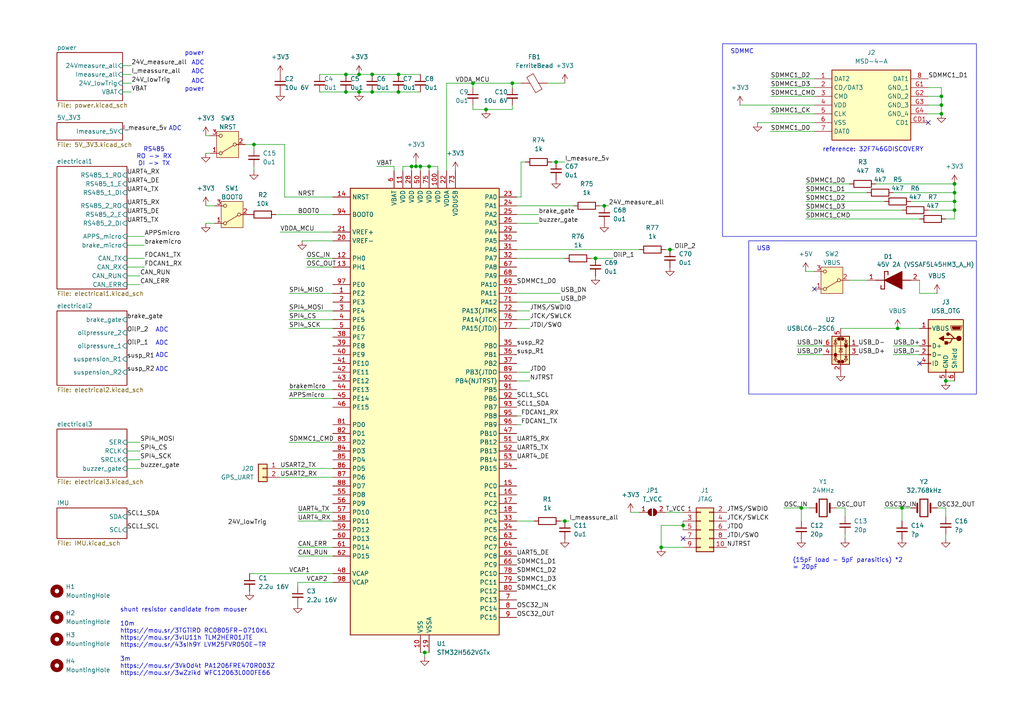
<source format=kicad_sch>
(kicad_sch (version 20231120) (generator "eeschema") (generator_version "8.0")
  (paper "A4")
  (title_block (title "EP5 rearbox ") (date "2024-08-07") (rev "1.0") (company "NTURacing") (comment 1 "郭哲明") (comment 2 "Electrical group"))
  (junction (at 107.95 26.67))
  (junction (at 260.35 95.25))
  (junction (at 273.05 33.02))
  (junction (at 73.66 41.91))
  (junction (at 100.33 21.59))
  (junction (at 121.92 48.26))
  (junction (at 100.33 26.67))
  (junction (at 273.05 30.48))
  (junction (at 274.32 110.49))
  (junction (at 148.59 24.13))
  (junction (at 191.77 158.75))
  (junction (at 107.95 21.59))
  (junction (at 276.86 55.88))
  (junction (at 115.57 26.67))
  (junction (at 198.12 152.4))
  (junction (at 124.46 48.26))
  (junction (at 115.57 21.59))
  (junction (at 104.14 21.59))
  (junction (at 140.97 31.75))
  (junction (at 261.62 147.32))
  (junction (at 276.86 58.42))
  (junction (at 172.72 74.93))
  (junction (at 120.65 48.26))
  (junction (at 119.38 48.26))
  (junction (at 194.31 72.39))
  (junction (at 232.41 147.32))
  (junction (at 161.29 46.99))
  (junction (at 163.83 151.13))
  (junction (at 276.86 53.34))
  (junction (at 175.26 59.69))
  (junction (at 273.05 27.94))
  (junction (at 123.19 189.23))
  (junction (at 137.16 24.13))
  (junction (at 104.14 26.67))
  (junction (at 276.86 60.96))
  (no_connect (at 236.22 83.82))
  (no_connect (at 198.12 156.21))
  (no_connect (at 266.7 105.41))
  (no_connect (at 269.24 35.56))
  (wire (pts (xy 231.14 102.87) (xy 238.76 102.87)))
  (wire (pts (xy 254 53.34) (xy 276.86 53.34)))
  (wire (pts (xy 96.52 168.91) (xy 86.36 168.91)))
  (wire (pts (xy 156.21 62.23) (xy 149.86 62.23)))
  (wire (pts (xy 260.35 95.25) (xy 266.7 95.25)))
  (wire (pts (xy 266.7 85.09) (xy 266.7 81.28)))
  (wire (pts (xy 191.77 158.75) (xy 191.77 152.4)))
  (wire (pts (xy 148.59 31.75) (xy 148.59 30.48)))
  (wire (pts (xy 35.56 21.59) (xy 38.1 21.59)))
  (wire (pts (xy 227.33 147.32) (xy 232.41 147.32)))
  (wire (pts (xy 41.91 68.58) (xy 36.83 68.58)))
  (wire (pts (xy 40.64 135.89) (xy 36.83 135.89)))
  (wire (pts (xy 151.13 123.19) (xy 149.86 123.19)))
  (wire (pts (xy 232.41 147.32) (xy 232.41 151.13)))
  (wire (pts (xy 73.66 49.53) (xy 73.66 48.26)))
  (wire (pts (xy 123.19 189.23) (xy 124.46 189.23)))
  (wire (pts (xy 245.11 149.86) (xy 245.11 147.32)))
  (wire (pts (xy 223.52 22.86) (xy 236.22 22.86)))
  (wire (pts (xy 119.38 48.26) (xy 119.38 49.53)))
  (wire (pts (xy 273.05 27.94) (xy 273.05 30.48)))
  (wire (pts (xy 259.08 102.87) (xy 266.7 102.87)))
  (wire (pts (xy 107.95 26.67) (xy 115.57 26.67)))
  (wire (pts (xy 191.77 152.4) (xy 198.12 152.4)))
  (wire (pts (xy 114.3 48.26) (xy 114.3 49.53)))
  (wire (pts (xy 151.13 120.65) (xy 149.86 120.65)))
  (wire (pts (xy 191.77 158.75) (xy 198.12 158.75)))
  (wire (pts (xy 273.05 25.4) (xy 269.24 25.4)))
  (wire (pts (xy 176.53 59.69) (xy 175.26 59.69)))
  (wire (pts (xy 160.02 46.99) (xy 161.29 46.99)))
  (wire (pts (xy 124.46 48.26) (xy 127 48.26)))
  (wire (pts (xy 82.55 41.91) (xy 82.55 57.15)))
  (wire (pts (xy 223.52 38.1) (xy 236.22 38.1)))
  (wire (pts (xy 83.82 90.17) (xy 96.52 90.17)))
  (wire (pts (xy 261.62 147.32) (xy 261.62 151.13)))
  (wire (pts (xy 40.64 133.35) (xy 36.83 133.35)))
  (wire (pts (xy 276.86 60.96) (xy 269.24 60.96)))
  (wire (pts (xy 100.33 26.67) (xy 104.14 26.67)))
  (wire (pts (xy 73.66 41.91) (xy 82.55 41.91)))
  (wire (pts (xy 81.28 138.43) (xy 96.52 138.43)))
  (wire (pts (xy 182.88 148.59) (xy 185.42 148.59)))
  (wire (pts (xy 233.68 53.34) (xy 246.38 53.34)))
  (wire (pts (xy 121.92 48.26) (xy 120.65 48.26)))
  (wire (pts (xy 81.28 135.89) (xy 96.52 135.89)))
  (wire (pts (xy 83.82 113.03) (xy 96.52 113.03)))
  (wire (pts (xy 243.84 95.25) (xy 260.35 95.25)))
  (wire (pts (xy 153.67 95.25) (xy 149.86 95.25)))
  (wire (pts (xy 73.66 43.18) (xy 73.66 41.91)))
  (wire (pts (xy 175.26 59.69) (xy 173.99 59.69)))
  (wire (pts (xy 198.12 152.4) (xy 198.12 151.13)))
  (wire (pts (xy 40.64 80.01) (xy 36.83 80.01)))
  (wire (pts (xy 276.86 53.34) (xy 276.86 55.88)))
  (wire (pts (xy 162.56 85.09) (xy 149.86 85.09)))
  (wire (pts (xy 246.38 81.28) (xy 251.46 81.28)))
  (wire (pts (xy 104.14 26.67) (xy 107.95 26.67)))
  (wire (pts (xy 153.67 92.71) (xy 149.86 92.71)))
  (wire (pts (xy 121.92 48.26) (xy 124.46 48.26)))
  (wire (pts (xy 233.68 63.5) (xy 266.7 63.5)))
  (wire (pts (xy 88.9 77.47) (xy 96.52 77.47)))
  (wire (pts (xy 274.32 149.86) (xy 274.32 147.32)))
  (wire (pts (xy 100.33 21.59) (xy 104.14 21.59)))
  (wire (pts (xy 120.65 48.26) (xy 119.38 48.26)))
  (wire (pts (xy 140.97 31.75) (xy 148.59 31.75)))
  (wire (pts (xy 83.82 128.27) (xy 96.52 128.27)))
  (wire (pts (xy 163.83 24.13) (xy 158.75 24.13)))
  (wire (pts (xy 185.42 72.39) (xy 149.86 72.39)))
  (wire (pts (xy 35.56 19.05) (xy 38.1 19.05)))
  (wire (pts (xy 38.1 26.67) (xy 35.56 26.67)))
  (wire (pts (xy 219.71 35.56) (xy 236.22 35.56)))
  (wire (pts (xy 151.13 46.99) (xy 152.4 46.99)))
  (wire (pts (xy 153.67 110.49) (xy 149.86 110.49)))
  (wire (pts (xy 40.64 82.55) (xy 36.83 82.55)))
  (wire (pts (xy 38.1 24.13) (xy 35.56 24.13)))
  (wire (pts (xy 80.01 62.23) (xy 96.52 62.23)))
  (wire (pts (xy 137.16 24.13) (xy 148.59 24.13)))
  (wire (pts (xy 129.54 24.13) (xy 137.16 24.13)))
  (wire (pts (xy 172.72 74.93) (xy 171.45 74.93)))
  (wire (pts (xy 193.04 148.59) (xy 198.12 148.59)))
  (wire (pts (xy 264.16 58.42) (xy 276.86 58.42)))
  (wire (pts (xy 109.22 48.26) (xy 114.3 48.26)))
  (wire (pts (xy 271.78 147.32) (xy 274.32 147.32)))
  (wire (pts (xy 273.05 33.02) (xy 269.24 33.02)))
  (wire (pts (xy 231.14 100.33) (xy 238.76 100.33)))
  (wire (pts (xy 83.82 92.71) (xy 96.52 92.71)))
  (wire (pts (xy 153.67 107.95) (xy 149.86 107.95)))
  (wire (pts (xy 195.58 72.39) (xy 194.31 72.39)))
  (wire (pts (xy 151.13 57.15) (xy 149.86 57.15)))
  (wire (pts (xy 120.65 46.99) (xy 120.65 48.26)))
  (wire (pts (xy 245.11 154.94) (xy 245.11 156.21)))
  (wire (pts (xy 87.63 69.85) (xy 96.52 69.85)))
  (wire (pts (xy 123.19 190.5) (xy 123.19 189.23)))
  (wire (pts (xy 115.57 21.59) (xy 121.92 21.59)))
  (wire (pts (xy 129.54 24.13) (xy 129.54 49.53)))
  (wire (pts (xy 81.28 67.31) (xy 96.52 67.31)))
  (wire (pts (xy 154.94 151.13) (xy 149.86 151.13)))
  (wire (pts (xy 233.68 55.88) (xy 251.46 55.88)))
  (wire (pts (xy 273.05 25.4) (xy 273.05 27.94)))
  (wire (pts (xy 59.69 39.37) (xy 60.96 39.37)))
  (wire (pts (xy 161.29 46.99) (xy 163.83 46.99)))
  (wire (pts (xy 60.96 44.45) (xy 59.69 44.45)))
  (wire (pts (xy 151.13 46.99) (xy 151.13 57.15)))
  (wire (pts (xy 274.32 63.5) (xy 276.86 63.5)))
  (wire (pts (xy 104.14 21.59) (xy 107.95 21.59)))
  (wire (pts (xy 232.41 147.32) (xy 234.95 147.32)))
  (wire (pts (xy 276.86 60.96) (xy 276.86 63.5)))
  (wire (pts (xy 137.16 31.75) (xy 140.97 31.75)))
  (wire (pts (xy 83.82 85.09) (xy 96.52 85.09)))
  (wire (pts (xy 162.56 87.63) (xy 149.86 87.63)))
  (wire (pts (xy 259.08 55.88) (xy 276.86 55.88)))
  (wire (pts (xy 40.64 128.27) (xy 36.83 128.27)))
  (wire (pts (xy 194.31 72.39) (xy 193.04 72.39)))
  (wire (pts (xy 273.05 30.48) (xy 273.05 33.02)))
  (wire (pts (xy 256.54 147.32) (xy 261.62 147.32)))
  (wire (pts (xy 198.12 153.67) (xy 198.12 152.4)))
  (wire (pts (xy 137.16 30.48) (xy 137.16 31.75)))
  (wire (pts (xy 92.71 21.59) (xy 100.33 21.59)))
  (wire (pts (xy 271.78 85.09) (xy 266.7 85.09)))
  (wire (pts (xy 259.08 100.33) (xy 266.7 100.33)))
  (wire (pts (xy 72.39 166.37) (xy 96.52 166.37)))
  (wire (pts (xy 233.68 60.96) (xy 261.62 60.96)))
  (wire (pts (xy 214.63 30.48) (xy 236.22 30.48)))
  (wire (pts (xy 166.37 59.69) (xy 149.86 59.69)))
  (wire (pts (xy 71.12 41.91) (xy 73.66 41.91)))
  (wire (pts (xy 156.21 64.77) (xy 149.86 64.77)))
  (wire (pts (xy 116.84 48.26) (xy 116.84 49.53)))
  (wire (pts (xy 274.32 110.49) (xy 276.86 110.49)))
  (wire (pts (xy 274.32 154.94) (xy 274.32 156.21)))
  (wire (pts (xy 233.68 78.74) (xy 236.22 78.74)))
  (wire (pts (xy 116.84 48.26) (xy 119.38 48.26)))
  (wire (pts (xy 261.62 147.32) (xy 264.16 147.32)))
  (wire (pts (xy 86.36 161.29) (xy 96.52 161.29)))
  (wire (pts (xy 41.91 77.47) (xy 36.83 77.47)))
  (wire (pts (xy 82.55 57.15) (xy 96.52 57.15)))
  (wire (pts (xy 233.68 58.42) (xy 256.54 58.42)))
  (wire (pts (xy 40.64 130.81) (xy 36.83 130.81)))
  (wire (pts (xy 88.9 74.93) (xy 96.52 74.93)))
  (wire (pts (xy 276.86 58.42) (xy 276.86 55.88)))
  (wire (pts (xy 123.19 189.23) (xy 121.92 189.23)))
  (wire (pts (xy 124.46 48.26) (xy 124.46 49.53)))
  (wire (pts (xy 41.91 71.12) (xy 36.83 71.12)))
  (wire (pts (xy 148.59 25.4) (xy 148.59 24.13)))
  (wire (pts (xy 151.13 24.13) (xy 148.59 24.13)))
  (wire (pts (xy 121.92 48.26) (xy 121.92 49.53)))
  (wire (pts (xy 107.95 21.59) (xy 115.57 21.59)))
  (wire (pts (xy 276.86 60.96) (xy 276.86 58.42)))
  (wire (pts (xy 86.36 158.75) (xy 96.52 158.75)))
  (wire (pts (xy 83.82 95.25) (xy 96.52 95.25)))
  (wire (pts (xy 127 49.53) (xy 127 48.26)))
  (wire (pts (xy 273.05 30.48) (xy 269.24 30.48)))
  (wire (pts (xy 163.83 74.93) (xy 149.86 74.93)))
  (wire (pts (xy 86.36 151.13) (xy 96.52 151.13)))
  (wire (pts (xy 41.91 74.93) (xy 36.83 74.93)))
  (wire (pts (xy 59.69 64.77) (xy 62.23 64.77)))
  (wire (pts (xy 273.05 27.94) (xy 269.24 27.94)))
  (wire (pts (xy 172.72 74.93) (xy 177.8 74.93)))
  (wire (pts (xy 242.57 147.32) (xy 245.11 147.32)))
  (wire (pts (xy 86.36 168.91) (xy 86.36 170.18)))
  (wire (pts (xy 59.69 59.69) (xy 62.23 59.69)))
  (wire (pts (xy 153.67 90.17) (xy 149.86 90.17)))
  (wire (pts (xy 223.52 33.02) (xy 236.22 33.02)))
  (wire (pts (xy 165.1 151.13) (xy 163.83 151.13)))
  (wire (pts (xy 223.52 27.94) (xy 236.22 27.94)))
  (wire (pts (xy 92.71 26.67) (xy 100.33 26.67)))
  (wire (pts (xy 163.83 151.13) (xy 162.56 151.13)))
  (wire (pts (xy 86.36 148.59) (xy 96.52 148.59)))
  (wire (pts (xy 115.57 26.67) (xy 121.92 26.67)))
  (wire (pts (xy 137.16 24.13) (xy 137.16 25.4)))
  (wire (pts (xy 83.82 115.57) (xy 96.52 115.57)))
  (wire (pts (xy 223.52 25.4) (xy 236.22 25.4)))
  (rectangle (start 217.17 69.85) (end 283.21 114.3))
  (rectangle (start 209.55 12.7) (end 283.21 68.58))
  (text "ADC" (at 46.99 99.568 0) (effects (font (size 1.27 1.27))))
  (text "USB" (at 219.456 72.898 0) (effects (font (size 1.27 1.27)) (justify left bottom)))
  (text "ADC" (at 46.99 95.758 0) (effects (font (size 1.27 1.27))))
  (text "power" (at 56.388 15.494 0) (effects (font (size 1.27 1.27))))
  (text "ADC" (at 50.8 37.338 0) (effects (font (size 1.27 1.27))))
  (text "ADC" (at 46.99 107.188 0) (effects (font (size 1.27 1.27))))
  (text "ADC" (at 57.404 18.288 0) (effects (font (size 1.27 1.27))))
  (text "SDMMC" (at 211.836 15.748 0) (effects (font (size 1.27 1.27)) (justify left bottom)))
  (text "reference: 32F746GDISCOVERY\n" (at 253.238 43.434 0) (effects (font (size 1.27 1.27))))
  (text "(15pF load - 5pF parasitics) *2 \n= 20pF" (at 229.87 165.354 0) (effects (font (size 1.27 1.27)) (justify left bottom)))
  (text "power" (at 56.388 25.908 0) (effects (font (size 1.27 1.27))))
  (text "ADC" (at 57.404 23.622 0) (effects (font (size 1.27 1.27))))
  (text "shunt resistor candidate from mouser\n\n10m\nhttps://mou.sr/3TGTiRD RC0805FR-0710KL\nhttps://mou.sr/3vlU11h TLM2HER01JTE \nhttps://mou.sr/43sIh9Y LVM25FVR050E-TR \n\n3m\nhttps://mou.sr/3Vk0d4t PA1206FRE470R003Z\nhttps://mou.sr/3wZzikd WFC12063L000FE66" (at 34.798 196.088 0) (effects (font (size 1.27 1.27)) (justify left bottom)))
  (text "ADC" (at 46.99 103.124 0) (effects (font (size 1.27 1.27))))
  (text "RS485\nRO -> RX\nDI -> TX" (at 44.704 45.466 0) (effects (font (size 1.27 1.27))))
  (text "ADC" (at 57.404 20.828 0) (effects (font (size 1.27 1.27))))
  (label "VDDA_MCU" (at 132.08 24.13 0))
  (label "SDMMC1_D3" (at 223.52 25.4 0))
  (label "SDMMC1_CMD" (at 233.68 63.5 0))
  (label "I_meassure_all" (at 38.1 21.59 0))
  (label "UART4_RX" (at 86.36 151.13 0))
  (label "SCL1_SDA" (at 36.83 149.86 0))
  (label "SDMMC1_D1" (at 269.24 22.86 0))
  (label "CAN_RUN" (at 86.36 161.29 0))
  (label "USB_DP" (at 162.56 87.63 0))
  (label "SDMMC1_D1" (at 149.86 163.83 0))
  (label "SCL1_SDA" (at 149.86 118.11 0))
  (label "UART4_TX" (at 86.36 148.59 0))
  (label "UART4_RX" (at 36.83 50.8 0))
  (label "OilP_1" (at 177.8 74.93 0))
  (label "CAN_ERR" (at 86.36 158.75 0))
  (label "UART5_TX" (at 36.83 64.77 0))
  (label "UART4_DE" (at 36.83 53.34 0))
  (label "SPI4_MISO" (at 83.82 85.09 0))
  (label "SDMMC1_D3" (at 149.86 168.91 0))
  (label "susp_R2" (at 36.83 107.95 0))
  (label "buzzer_gate" (at 40.64 135.89 0))
  (label "JTCK{slash}SWLCK" (at 210.82 151.13 0))
  (label "BOOT0" (at 86.36 62.23 0))
  (label "SDMMC1_CK" (at 223.52 33.02 0))
  (label "OSC_IN" (at 88.9 74.93 0))
  (label "JTCK{slash}SWLCK" (at 153.67 92.71 0))
  (label "OilP_1" (at 36.83 100.33 0))
  (label "FDCAN1_TX" (at 151.13 123.19 0))
  (label "SDMMC1_D2" (at 223.52 22.86 0))
  (label "SDMMC1_CK" (at 149.86 171.45 0))
  (label "FDCAN1_TX" (at 41.91 74.93 0))
  (label "I_measure_5v" (at 163.83 46.99 0))
  (label "UART5_RX" (at 149.86 128.27 0))
  (label "brakemicro" (at 83.82 113.03 0))
  (label "SDMMC1_D1" (at 233.68 55.88 0))
  (label "APPSmicro" (at 83.82 115.57 0))
  (label "FDCAN1_RX" (at 41.91 77.47 0))
  (label "USB_DN" (at 162.56 85.09 0))
  (label "brakemicro" (at 41.91 71.12 0))
  (label "SDMMC1_D2" (at 233.68 58.42 0))
  (label "susp_R1" (at 149.86 102.87 0))
  (label "CAN_RUN" (at 40.64 80.01 0))
  (label "SDMMC1_D0" (at 233.68 53.34 0))
  (label "APPSmicro" (at 41.91 68.58 0))
  (label "NRST" (at 86.36 57.15 0))
  (label "VCAP1" (at 83.82 166.37 0))
  (label "VCAP2" (at 88.9 168.91 0))
  (label "SPI4_SCK" (at 40.64 133.35 0))
  (label "SPI4_CS" (at 40.64 130.81 0))
  (label "buzzer_gate" (at 156.21 64.77 0))
  (label "USB_D-" (at 248.92 100.33 0))
  (label "susp_R1" (at 36.83 104.14 0))
  (label "OSC_OUT" (at 242.57 147.32 0))
  (label "OSC32_OUT" (at 149.86 179.07 0))
  (label "OSC_IN" (at 227.33 147.32 0))
  (label "JTMS{slash}SWDIO" (at 210.82 148.59 0))
  (label "OSC32_IN" (at 256.54 147.32 0))
  (label "susp_R2" (at 149.86 100.33 0))
  (label "SDMMC1_D0" (at 149.86 82.55 0))
  (label "SDMMC1_D0" (at 223.52 38.1 0))
  (label "USB_DP" (at 231.14 102.87 0))
  (label "SPI4_MOSI" (at 40.64 128.27 0))
  (label "OSC_OUT" (at 88.9 77.47 0))
  (label "FDCAN1_RX" (at 151.13 120.65 0))
  (label "24V_lowTrig" (at 38.1 24.13 0))
  (label "USB_D+" (at 248.92 102.87 0))
  (label "brake_gate" (at 36.83 92.71 0))
  (label "24V_lowTrig" (at 66.04 152.4 0))
  (label "JTMS{slash}SWDIO" (at 153.67 90.17 0))
  (label "UART5_TX" (at 149.86 130.81 0))
  (label "OilP_2" (at 36.83 96.52 0))
  (label "SDMMC1_D3" (at 233.68 60.96 0))
  (label "SPI4_CS" (at 83.82 92.71 0))
  (label "UART5_RX" (at 36.83 59.69 0))
  (label "I_meassure_all" (at 165.1 151.13 0))
  (label "I_measure_5v" (at 35.56 38.1 0))
  (label "USB_DN" (at 231.14 100.33 0))
  (label "UART4_TX" (at 36.83 55.88 0))
  (label "USART2_TX" (at 81.28 135.89 0))
  (label "UART5_DE" (at 36.83 62.23 0))
  (label "SDMMC1_CMD" (at 83.82 128.27 0))
  (label "VBAT" (at 38.1 26.67 0))
  (label "USB_D-" (at 259.08 102.87 0))
  (label "NJTRST" (at 153.67 110.49 0))
  (label "SDMMC1_CMD" (at 223.52 27.94 0))
  (label "OSC32_OUT" (at 271.78 147.32 0))
  (label "UART5_DE" (at 149.86 161.29 0))
  (label "OSC32_IN" (at 149.86 176.53 0))
  (label "NJTRST" (at 210.82 158.75 0))
  (label "T_VCC" (at 193.04 148.59 0))
  (label "JTDI{slash}SWO" (at 210.82 156.21 0))
  (label "SPI4_MOSI" (at 83.82 90.17 0))
  (label "JTDI{slash}SWO" (at 153.67 95.25 0))
  (label "SCL1_SCL" (at 149.86 115.57 0))
  (label "24V_measure_all" (at 176.53 59.69 0))
  (label "VBAT" (at 109.22 48.26 0))
  (label "brake_gate" (at 156.21 62.23 0))
  (label "SPI4_SCK" (at 83.82 95.25 0))
  (label "24V_measure_all" (at 38.1 19.05 0))
  (label "USART2_RX" (at 81.28 138.43 0))
  (label "UART4_DE" (at 149.86 133.35 0))
  (label "USB_D+" (at 259.08 100.33 0))
  (label "VDDA_MCU" (at 81.28 67.31 0))
  (label "JTDO" (at 153.67 107.95 0))
  (label "JTDO" (at 210.82 153.67 0))
  (label "OilP_2" (at 195.58 72.39 0))
  (label "CAN_ERR" (at 40.64 82.55 0))
  (label "SCL1_SCL" (at 36.83 153.67 0))
  (label "SDMMC1_D2" (at 149.86 166.37 0))
  (symbol (lib_id "Device:C_Small") (at 232.41 153.67 0) (unit 1)
    (property "Reference" "C12" (at 234.95 152.4062 0) (effects (justify left)))
    (property "Value" "20p" (at 234.95 154.9462 0) (effects (justify left)))
    (property "Footprint" "Capacitor_SMD:C_0603_1608Metric" (effects (hide yes)))
    (property "Description" "Unpolarized capacitor, small symbol" (effects (hide yes)))
  )
  (symbol (lib_id "Connector:USB_OTG") (at 274.32 100.33 0) (mirror y) (unit 1)
    (property "Reference" "J3" (at 274.32 87.63 0))
    (property "Value" "USB_OTG" (at 274.32 90.17 0))
    (property "Footprint" "Connector_USB:USB_Micro-B_Wuerth_629105150521" (effects (hide yes)))
    (property "Description" "USB mini/micro connector" (effects (hide yes)))
  )
  (symbol (lib_id "power:+3V3") (at 104.14 21.59 0) (unit 1)
    (property "Reference" "#PWR06" (effects (hide yes)))
    (property "Value" "+3V3" (at 104.14 16.51 0))
    (property "Description" "Power symbol creates a global label with name \"+3V3\"" (effects (hide yes)))
  )
  (symbol (lib_id "Device:R") (at 158.75 151.13 270) (unit 1)
    (property "Reference" "R1" (at 158.75 144.78 90))
    (property "Value" "1k" (at 158.75 147.32 90))
    (property "Footprint" "Resistor_SMD:R_0603_1608Metric" (effects (hide yes)))
    (property "Description" "Resistor" (effects (hide yes)))
  )
  (symbol (lib_id "power:GND") (at 104.14 26.67 0) (unit 1)
    (property "Reference" "#PWR07" (effects (hide yes)))
    (property "Value" "GND" (effects (hide yes)))
    (property "Description" "Power symbol creates a global label with name \"GND\" , ground" (effects (hide yes)))
  )
  (symbol (lib_id "Device:R") (at 270.51 63.5 90) (unit 1)
    (property "Reference" "R7" (at 270.51 57.15 90))
    (property "Value" "4k7" (at 270.51 59.69 90))
    (property "Footprint" "Resistor_SMD:R_0603_1608Metric" (effects (hide yes)))
    (property "Description" "Resistor" (effects (hide yes)))
  )
  (symbol (lib_id "Device:C_Small") (at 121.92 24.13 0) (unit 1)
    (property "Reference" "C8" (at 123.19 22.86 0) (effects (justify left)))
    (property "Value" "0u1" (at 123.19 25.4 0) (effects (justify left)))
    (property "Footprint" "Capacitor_SMD:C_0603_1608Metric" (effects (hide yes)))
    (property "Description" "Unpolarized capacitor, small symbol" (effects (hide yes)))
  )
  (symbol (lib_id "Device:C_Small") (at 81.28 24.13 0) (unit 1)
    (property "Reference" "C2" (at 82.55 22.86 0) (effects (justify left)))
    (property "Value" "10u 6V" (at 82.55 25.4 0) (effects (justify left)))
    (property "Footprint" "Capacitor_SMD:C_0603_1608Metric" (effects (hide yes)))
    (property "Description" "Unpolarized capacitor, small symbol" (effects (hide yes)))
  )
  (symbol (lib_id "Device:R") (at 265.43 60.96 90) (unit 1)
    (property "Reference" "R6" (at 265.43 54.61 90))
    (property "Value" "4k7" (at 265.43 57.15 90))
    (property "Footprint" "Resistor_SMD:R_0603_1608Metric" (effects (hide yes)))
    (property "Description" "Resistor" (effects (hide yes)))
  )
  (symbol (lib_id "Device:C_Small") (at 86.36 172.72 0) (unit 1)
    (property "Reference" "C3" (at 88.9 171.4563 0) (effects (justify left)))
    (property "Value" "2.2u 16V" (at 88.9 173.9963 0) (effects (justify left)))
    (property "Footprint" "Capacitor_SMD:C_0603_1608Metric" (effects (hide yes)))
    (property "Description" "Unpolarized capacitor, small symbol" (effects (hide yes)))
  )
  (symbol (lib_id "power:GND") (at 172.72 80.01 0) (mirror y) (unit 1)
    (property "Reference" "#PWR0105" (effects (hide yes)))
    (property "Value" "GND" (effects (hide yes)))
    (property "Description" "Power symbol creates a global label with name \"GND\" , ground" (effects (hide yes)))
  )
  (symbol (lib_id "Device:C_Small") (at 163.83 153.67 0) (unit 1)
    (property "Reference" "C11" (at 166.37 152.4 0) (effects (justify left)))
    (property "Value" "0u1" (at 166.37 154.94 0) (effects (justify left)))
    (property "Footprint" "Capacitor_SMD:C_0603_1608Metric" (effects (hide yes)))
    (property "Description" "Unpolarized capacitor, small symbol" (effects (hide yes)))
  )
  (symbol (lib_id "Device:Crystal") (at 267.97 147.32 0) (unit 1)
    (property "Reference" "Y2" (at 267.97 139.7 0))
    (property "Value" "32.768kHz" (at 267.97 142.24 0))
    (property "Footprint" "Crystal:Crystal_C38-LF_D3.0mm_L8.0mm_Vertical" (effects (hide yes)))
    (property "Description" "Two pin crystal" (effects (hide yes)))
  )
  (symbol (lib_id "Device:C_Small") (at 194.31 74.93 0) (unit 1)
    (property "Reference" "C70" (at 196.85 73.66 0) (effects (justify left)))
    (property "Value" "0u1" (at 196.85 76.2 0) (effects (justify left)))
    (property "Footprint" "Capacitor_SMD:C_0603_1608Metric" (effects (hide yes)))
    (property "Description" "Unpolarized capacitor, small symbol" (effects (hide yes)))
  )
  (symbol (lib_id "Jumper:SolderJumper_2_Open") (at 189.23 148.59 0) (unit 1)
    (property "Reference" "JP1" (at 189.23 142.24 0))
    (property "Value" "T_VCC" (at 189.23 144.78 0))
    (property "Footprint" "Jumper:SolderJumper-2_P1.3mm_Open_RoundedPad1.0x1.5mm" (effects (hide yes)))
    (property "Description" "Solder Jumper, 2-pole, open" (effects (hide yes)))
  )
  (symbol (lib_id "power:VBUS") (at 260.35 95.25 0) (unit 1)
    (property "Reference" "#PWR026" (effects (hide yes)))
    (property "Value" "VBUS" (at 260.35 90.17 0))
    (property "Description" "Power symbol creates a global label with name \"VBUS\"" (effects (hide yes)))
  )
  (symbol (lib_id "power:+3V3") (at 59.69 39.37 0) (unit 1)
    (property "Reference" "#PWR024" (effects (hide yes)))
    (property "Value" "+3V3" (at 59.69 34.29 0))
    (property "Description" "Power symbol creates a global label with name \"+3V3\"" (effects (hide yes)))
  )
  (symbol (lib_id "Connector_Generic:Conn_01x02") (at 76.2 135.89 0) (mirror y) (unit 1)
    (property "Reference" "J20" (at 73.66 135.89 0) (effects (justify left)))
    (property "Value" "GPS_UART" (at 73.66 138.43 0) (effects (justify left)))
    (property "Footprint" "Connector_JST:JST_XH_B2B-XH-A_1x02_P2.50mm_Vertical" (effects (hide yes)))
  )
  (symbol (lib_id "power:+3V3") (at 214.63 30.48 0) (unit 1)
    (property "Reference" "#PWR016" (effects (hide yes)))
    (property "Value" "+3V3" (at 214.63 25.4 0))
    (property "Description" "Power symbol creates a global label with name \"+3V3\"" (effects (hide yes)))
  )
  (symbol (lib_id "Device:C_Small") (at 274.32 152.4 0) (unit 1)
    (property "Reference" "C16" (at 276.86 151.1362 0) (effects (justify left)))
    (property "Value" "?p" (at 276.86 153.6762 0) (effects (justify left)))
    (property "Footprint" "Capacitor_SMD:C_0603_1608Metric" (effects (hide yes)))
    (property "Description" "Unpolarized capacitor, small symbol" (effects (hide yes)))
  )
  (symbol (lib_id "Device:C_Small") (at 175.26 62.23 0) (unit 1)
    (property "Reference" "C68" (at 177.8 60.96 0) (effects (justify left)))
    (property "Value" "0u1" (at 177.8 63.5 0) (effects (justify left)))
    (property "Footprint" "Capacitor_SMD:C_0603_1608Metric" (effects (hide yes)))
    (property "Description" "Unpolarized capacitor, small symbol" (effects (hide yes)))
  )
  (symbol (lib_id "Mechanical:MountingHole") (at 16.51 179.07 0) (unit 1)
    (property "Reference" "H2" (at 19.05 177.8 0) (effects (justify left)))
    (property "Value" "MountingHole" (at 19.05 180.34 0) (effects (justify left)))
    (property "Footprint" "MountingHole:MountingHole_3.2mm_M3" (effects (hide yes)))
  )
  (symbol (lib_id "Device:C_Small") (at 245.11 152.4 0) (unit 1)
    (property "Reference" "C13" (at 247.65 151.1362 0) (effects (justify left)))
    (property "Value" "20p" (at 247.65 153.6762 0) (effects (justify left)))
    (property "Footprint" "Capacitor_SMD:C_0603_1608Metric" (effects (hide yes)))
    (property "Description" "Unpolarized capacitor, small symbol" (effects (hide yes)))
  )
  (symbol (lib_id "power:GND") (at 161.29 52.07 0) (mirror y) (unit 1)
    (property "Reference" "#PWR062" (effects (hide yes)))
    (property "Value" "GND" (effects (hide yes)))
    (property "Description" "Power symbol creates a global label with name \"GND\" , ground" (effects (hide yes)))
  )
  (symbol (lib_id "power:+3V3") (at 120.65 46.99 0) (unit 1)
    (property "Reference" "#PWR08" (effects (hide yes)))
    (property "Value" "+3V3" (at 120.65 41.91 0))
    (property "Description" "Power symbol creates a global label with name \"+3V3\"" (effects (hide yes)))
  )
  (symbol (lib_id "power:GND") (at 123.19 190.5 0) (unit 1)
    (property "Reference" "#PWR09" (effects (hide yes)))
    (property "Value" "GND" (effects (hide yes)))
    (property "Description" "Power symbol creates a global label with name \"GND\" , ground" (effects (hide yes)))
  )
  (symbol (lib_id "Device:C_Small") (at 115.57 24.13 0) (unit 1)
    (property "Reference" "C7" (at 116.84 22.86 0) (effects (justify left)))
    (property "Value" "0u1" (at 116.84 25.4 0) (effects (justify left)))
    (property "Footprint" "Capacitor_SMD:C_0603_1608Metric" (effects (hide yes)))
    (property "Description" "Unpolarized capacitor, small symbol" (effects (hide yes)))
  )
  (symbol (lib_id "power:+3V3") (at 163.83 24.13 0) (mirror y) (unit 1)
    (property "Reference" "#PWR012" (effects (hide yes)))
    (property "Value" "+3V3" (at 163.83 19.05 0))
    (property "Description" "Power symbol creates a global label with name \"+3V3\"" (effects (hide yes)))
  )
  (symbol (lib_id "power:+3V3") (at 59.69 59.69 0) (unit 1)
    (property "Reference" "#PWR018" (effects (hide yes)))
    (property "Value" "+3V3" (at 59.69 54.61 0))
    (property "Description" "Power symbol creates a global label with name \"+3V3\"" (effects (hide yes)))
  )
  (symbol (lib_id "power:GND") (at 219.71 35.56 0) (unit 1)
    (property "Reference" "#PWR017" (effects (hide yes)))
    (property "Value" "GND" (effects (hide yes)))
    (property "Description" "Power symbol creates a global label with name \"GND\" , ground" (effects (hide yes)))
  )
  (symbol (lib_id "power:GND") (at 261.62 156.21 0) (unit 1)
    (property "Reference" "#PWR027" (effects (hide yes)))
    (property "Value" "GND" (effects (hide yes)))
    (property "Description" "Power symbol creates a global label with name \"GND\" , ground" (effects (hide yes)))
  )
  (symbol (lib_id "Device:R") (at 156.21 46.99 270) (unit 1)
    (property "Reference" "R74" (at 156.21 40.64 90))
    (property "Value" "1k" (at 156.21 43.18 90))
    (property "Footprint" "Resistor_SMD:R_0603_1608Metric" (effects (hide yes)))
    (property "Description" "Resistor" (effects (hide yes)))
  )
  (symbol (lib_id "Device:C_Small") (at 148.59 27.94 0) (mirror y) (unit 1)
    (property "Reference" "C10" (at 147.32 26.67 0) (effects (justify left)))
    (property "Value" "10u 6V" (at 147.32 29.21 0) (effects (justify left)))
    (property "Footprint" "Capacitor_SMD:C_0603_1608Metric" (effects (hide yes)))
    (property "Description" "Unpolarized capacitor, small symbol" (effects (hide yes)))
  )
  (symbol (lib_id "SamacSys_Parts:MSD-4-A") (at 236.22 22.86 0) (unit 1)
    (property "Reference" "J2" (at 252.73 15.24 0))
    (property "Value" "MSD-4-A" (at 252.73 17.78 0))
    (property "Footprint" "SamacSys_Parts:MSD4A" (effects (hide yes)))
    (property "Datasheet" "https://www.cuidevices.com/product/resource/pdf/msd-4-a.pdf" (effects (hide yes)))
    (property "Description" "Memory Card Connectors 9 Positions, Push In, Auto Eject Out, SMT, 1.8 mm Height Above Board," (effects (hide yes)))
    (property "Height" "2" (effects (hide yes)))
    (property "Mouser Part Number" "179-MSD-4-A" (effects (hide yes)))
    (property "Mouser Price/Stock" "https://www.mouser.co.uk/ProductDetail/CUI-Devices/MSD-4-A?qs=Z%252BL2brAPG1Jll%252BQTi%252Btupg%3D%3D" (effects (hide yes)))
    (property "Manufacturer_Name" "CUI Devices" (effects (hide yes)))
    (property "Manufacturer_Part_Number" "MSD-4-A" (effects (hide yes)))
  )
  (symbol (lib_id "power:GND") (at 59.69 64.77 0) (unit 1)
    (property "Reference" "#PWR019" (effects (hide yes)))
    (property "Value" "GND" (effects (hide yes)))
    (property "Description" "Power symbol creates a global label with name \"GND\" , ground" (effects (hide yes)))
  )
  (symbol (lib_id "power:GND") (at 175.26 64.77 0) (mirror y) (unit 1)
    (property "Reference" "#PWR084" (effects (hide yes)))
    (property "Value" "GND" (effects (hide yes)))
    (property "Description" "Power symbol creates a global label with name \"GND\" , ground" (effects (hide yes)))
  )
  (symbol (lib_id "MCU_ST_STM32H5:STM32H562VGTx") (at 121.92 120.65 0) (unit 1)
    (property "Reference" "U1" (at 126.6541 186.69 0) (effects (justify left)))
    (property "Value" "STM32H562VGTx" (at 126.6541 189.23 0) (effects (justify left)))
    (property "Footprint" "Package_QFP:LQFP-100_14x14mm_P0.5mm" (effects (hide yes)))
    (property "Datasheet" "https://www.st.com/resource/en/datasheet/stm32h562vg.pdf" (effects (hide yes)))
    (property "Description" "STMicroelectronics Arm Cortex-M33 MCU, 1024KB flash, 640KB RAM, 80 GPIO, LQFP100" (effects (hide yes)))
  )
  (symbol (lib_id "Mechanical:MountingHole") (at 16.51 185.42 0) (unit 1)
    (property "Reference" "H3" (at 19.05 184.15 0) (effects (justify left)))
    (property "Value" "MountingHole" (at 19.05 186.69 0) (effects (justify left)))
    (property "Footprint" "MountingHole:MountingHole_3.2mm_M3" (effects (hide yes)))
  )
  (symbol (lib_id "power:GND") (at 191.77 158.75 0) (unit 1)
    (property "Reference" "#PWR015" (effects (hide yes)))
    (property "Value" "GND" (effects (hide yes)))
    (property "Description" "Power symbol creates a global label with name \"GND\" , ground" (effects (hide yes)))
  )
  (symbol (lib_id "power:+5V") (at 233.68 78.74 0) (unit 1)
    (property "Reference" "#PWR021" (effects (hide yes)))
    (property "Value" "+5V" (at 233.68 73.66 0))
    (property "Description" "Power symbol creates a global label with name \"+5V\"" (effects (hide yes)))
  )
  (symbol (lib_id "Power_Protection:USBLC6-2SC6") (at 243.84 100.33 0) (mirror y) (unit 1)
    (property "Reference" "U2" (at 242.1889 92.71 0) (effects (justify left)))
    (property "Value" "USBLC6-2SC6" (at 242.1889 95.25 0) (effects (justify left)))
    (property "Footprint" "Package_TO_SOT_SMD:SOT-23-6" (effects (hide yes)))
    (property "Datasheet" "https://www.st.com/resource/en/datasheet/usblc6-2.pdf" (effects (hide yes)))
    (property "Description" "Very low capacitance ESD protection diode, 2 data-line, SOT-23-6" (effects (hide yes)))
  )
  (symbol (lib_id "Device:C_Small") (at 73.66 45.72 0) (unit 1)
    (property "Reference" "C15" (at 76.2 44.4562 0) (effects (justify left)))
    (property "Value" "0u1" (at 76.2 46.9962 0) (effects (justify left)))
    (property "Footprint" "Capacitor_SMD:C_0603_1608Metric" (effects (hide yes)))
    (property "Description" "Unpolarized capacitor, small symbol" (effects (hide yes)))
  )
  (symbol (lib_id "Device:Crystal") (at 238.76 147.32 0) (unit 1)
    (property "Reference" "Y1" (at 238.76 139.7 0))
    (property "Value" "24MHz" (at 238.76 142.24 0))
    (property "Footprint" "Crystal:Crystal_C38-LF_D3.0mm_L8.0mm_Vertical" (effects (hide yes)))
    (property "Description" "Two pin crystal" (effects (hide yes)))
  )
  (symbol (lib_id "Switch:SW_SPDT") (at 66.04 41.91 180) (unit 1)
    (property "Reference" "SW3" (at 66.04 34.29 0))
    (property "Value" "NRST" (at 66.04 36.83 0))
    (property "Footprint" "Connector_PinHeader_2.54mm:PinHeader_1x03_P2.54mm_Vertical" (effects (hide yes)))
    (property "Description" "Switch, single pole double throw" (effects (hide yes)))
  )
  (symbol (lib_id "Mechanical:MountingHole") (at 16.51 193.04 0) (unit 1)
    (property "Reference" "H4" (at 19.05 191.77 0) (effects (justify left)))
    (property "Value" "MountingHole" (at 19.05 194.31 0) (effects (justify left)))
    (property "Footprint" "MountingHole:MountingHole_3.2mm_M3" (effects (hide yes)))
  )
  (symbol (lib_id "Mechanical:MountingHole") (at 16.51 171.45 0) (unit 1)
    (property "Reference" "H1" (at 19.05 170.18 0) (effects (justify left)))
    (property "Value" "MountingHole" (at 19.05 172.72 0) (effects (justify left)))
    (property "Footprint" "MountingHole:MountingHole_3.2mm_M3" (effects (hide yes)))
  )
  (symbol (lib_id "power:GND") (at 73.66 49.53 0) (unit 1)
    (property "Reference" "#PWR030" (effects (hide yes)))
    (property "Value" "GND" (effects (hide yes)))
    (property "Description" "Power symbol creates a global label with name \"GND\" , ground" (effects (hide yes)))
  )
  (symbol (lib_id "power:GND") (at 273.05 33.02 0) (unit 1)
    (property "Reference" "#PWR029" (effects (hide yes)))
    (property "Value" "GND" (effects (hide yes)))
    (property "Description" "Power symbol creates a global label with name \"GND\" , ground" (effects (hide yes)))
  )
  (symbol (lib_id "SamacSys_Parts:VSSAF5L45HM3_A_H") (at 248.92 81.28 0) (unit 1)
    (property "Reference" "D1" (at 256.286 74.422 0) (effects (justify left)))
    (property "Value" "45V 2A (VSSAF5L45HM3_A_H)" (at 254.254 76.708 0) (effects (justify left)))
    (property "Footprint" "SamacSys_Parts:SODFL5226X100N" (effects (hide yes)))
    (property "Datasheet" "https://www.vishay.com/docs/89934/vssaf5l45.pdf" (effects (hide yes)))
    (property "Description" "Schottky Diodes & Rectifiers TMBS 45V Vrrm eSMP AEC-Q101 Qualified" (effects (hide yes)))
    (property "Height" "1" (effects (hide yes)))
    (property "Mouser Part Number" "78-VSSAF5L45HM3_A/H" (effects (hide yes)))
    (property "Mouser Price/Stock" "https://www.mouser.co.uk/ProductDetail/Vishay-General-Semiconductor/VSSAF5L45HM3_A-H?qs=Vcr9%2FL0R50j9URAPL4oknQ%3D%3D" (effects (hide yes)))
    (property "Manufacturer_Name" "Vishay" (effects (hide yes)))
    (property "Manufacturer_Part_Number" "VSSAF5L45HM3_A/H" (effects (hide yes)))
  )
  (symbol (lib_id "Device:FerriteBead") (at 154.94 24.13 270) (mirror x) (unit 1)
    (property "Reference" "FB1" (at 154.9908 16.51 90))
    (property "Value" "FerriteBead" (at 154.9908 19.05 90))
    (property "Footprint" "Inductor_SMD:L_0805_2012Metric" (effects (hide yes)))
    (property "Description" "Ferrite bead" (effects (hide yes)))
  )
  (symbol (lib_id "power:GND") (at 59.69 44.45 0) (unit 1)
    (property "Reference" "#PWR025" (effects (hide yes)))
    (property "Value" "GND" (effects (hide yes)))
    (property "Description" "Power symbol creates a global label with name \"GND\" , ground" (effects (hide yes)))
  )
  (symbol (lib_id "power:+3V3") (at 276.86 53.34 0) (unit 1)
    (property "Reference" "#PWR033" (effects (hide yes)))
    (property "Value" "+3V3" (at 276.86 48.26 0))
    (property "Description" "Power symbol creates a global label with name \"+3V3\"" (effects (hide yes)))
  )
  (symbol (lib_id "Device:R") (at 189.23 72.39 270) (unit 1)
    (property "Reference" "R77" (at 189.23 66.04 90))
    (property "Value" "1k" (at 189.23 68.58 90))
    (property "Footprint" "Resistor_SMD:R_0603_1608Metric" (effects (hide yes)))
    (property "Description" "Resistor" (effects (hide yes)))
  )
  (symbol (lib_id "power:GND") (at 140.97 31.75 0) (mirror y) (unit 1)
    (property "Reference" "#PWR011" (effects (hide yes)))
    (property "Value" "GND" (effects (hide yes)))
    (property "Description" "Power symbol creates a global label with name \"GND\" , ground" (effects (hide yes)))
  )
  (symbol (lib_id "power:+3V3") (at 81.28 21.59 0) (unit 1)
    (property "Reference" "#PWR02" (effects (hide yes)))
    (property "Value" "+3V3" (at 81.28 16.51 0))
    (property "Description" "Power symbol creates a global label with name \"+3V3\"" (effects (hide yes)))
  )
  (symbol (lib_id "Device:R") (at 255.27 55.88 90) (unit 1)
    (property "Reference" "R4" (at 255.27 49.53 90))
    (property "Value" "4k7" (at 255.27 52.07 90))
    (property "Footprint" "Resistor_SMD:R_0603_1608Metric" (effects (hide yes)))
    (property "Description" "Resistor" (effects (hide yes)))
  )
  (symbol (lib_id "power:GND") (at 245.11 156.21 0) (unit 1)
    (property "Reference" "#PWR023" (effects (hide yes)))
    (property "Value" "GND" (effects (hide yes)))
    (property "Description" "Power symbol creates a global label with name \"GND\" , ground" (effects (hide yes)))
  )
  (symbol (lib_id "power:GND") (at 194.31 77.47 0) (mirror y) (unit 1)
    (property "Reference" "#PWR0106" (effects (hide yes)))
    (property "Value" "GND" (effects (hide yes)))
    (property "Description" "Power symbol creates a global label with name \"GND\" , ground" (effects (hide yes)))
  )
  (symbol (lib_id "power:GND") (at 243.84 107.95 0) (unit 1)
    (property "Reference" "#PWR022" (effects (hide yes)))
    (property "Value" "GND" (effects (hide yes)))
    (property "Description" "Power symbol creates a global label with name \"GND\" , ground" (effects (hide yes)))
  )
  (symbol (lib_id "power:GND") (at 274.32 156.21 0) (unit 1)
    (property "Reference" "#PWR032" (effects (hide yes)))
    (property "Value" "GND" (effects (hide yes)))
    (property "Description" "Power symbol creates a global label with name \"GND\" , ground" (effects (hide yes)))
  )
  (symbol (lib_id "Switch:SW_SPDT") (at 67.31 62.23 180) (unit 1)
    (property "Reference" "SW1" (at 67.31 54.61 0))
    (property "Value" "BOOT0" (at 67.31 57.15 0))
    (property "Footprint" "Connector_PinHeader_2.54mm:PinHeader_1x03_P2.54mm_Vertical" (effects (hide yes)))
    (property "Description" "Switch, single pole double throw" (effects (hide yes)))
  )
  (symbol (lib_id "power:VBUS") (at 271.78 85.09 0) (unit 1)
    (property "Reference" "#PWR028" (effects (hide yes)))
    (property "Value" "VBUS" (at 271.78 80.01 0))
    (property "Description" "Power symbol creates a global label with name \"VBUS\"" (effects (hide yes)))
  )
  (symbol (lib_id "Device:C_Small") (at 137.16 27.94 0) (mirror y) (unit 1)
    (property "Reference" "C9" (at 135.89 26.67 0) (effects (justify left)))
    (property "Value" "0u1" (at 135.89 29.21 0) (effects (justify left)))
    (property "Footprint" "Capacitor_SMD:C_0603_1608Metric" (effects (hide yes)))
    (property "Description" "Unpolarized capacitor, small symbol" (effects (hide yes)))
  )
  (symbol (lib_id "power:GND") (at 81.28 26.67 0) (unit 1)
    (property "Reference" "#PWR03" (effects (hide yes)))
    (property "Value" "GND" (effects (hide yes)))
    (property "Description" "Power symbol creates a global label with name \"GND\" , ground" (effects (hide yes)))
  )
  (symbol (lib_id "power:GND") (at 86.36 175.26 0) (unit 1)
    (property "Reference" "#PWR04" (effects (hide yes)))
    (property "Value" "GND" (effects (hide yes)))
    (property "Description" "Power symbol creates a global label with name \"GND\" , ground" (effects (hide yes)))
  )
  (symbol (lib_id "power:+3V3") (at 182.88 148.59 0) (unit 1)
    (property "Reference" "#PWR014" (effects (hide yes)))
    (property "Value" "+3V3" (at 182.88 143.51 0))
    (property "Description" "Power symbol creates a global label with name \"+3V3\"" (effects (hide yes)))
  )
  (symbol (lib_id "power:GND") (at 274.32 110.49 0) (unit 1)
    (property "Reference" "#PWR031" (effects (hide yes)))
    (property "Value" "GND" (effects (hide yes)))
    (property "Description" "Power symbol creates a global label with name \"GND\" , ground" (effects (hide yes)))
  )
  (symbol (lib_id "power:GND") (at 163.83 156.21 0) (mirror y) (unit 1)
    (property "Reference" "#PWR013" (effects (hide yes)))
    (property "Value" "GND" (effects (hide yes)))
    (property "Description" "Power symbol creates a global label with name \"GND\" , ground" (effects (hide yes)))
  )
  (symbol (lib_id "Device:C_Small") (at 172.72 77.47 0) (unit 1)
    (property "Reference" "C69" (at 175.26 76.2 0) (effects (justify left)))
    (property "Value" "0u1" (at 175.26 78.74 0) (effects (justify left)))
    (property "Footprint" "Capacitor_SMD:C_0603_1608Metric" (effects (hide yes)))
    (property "Description" "Unpolarized capacitor, small symbol" (effects (hide yes)))
  )
  (symbol (lib_id "Device:R") (at 76.2 62.23 90) (unit 1)
    (property "Reference" "R2" (at 76.2 56.515 90))
    (property "Value" "10k" (at 76.2 59.055 90))
    (property "Footprint" "Resistor_SMD:R_0603_1608Metric" (effects (hide yes)))
    (property "Description" "Resistor" (effects (hide yes)))
  )
  (symbol (lib_id "power:GND") (at 87.63 69.85 0) (mirror y) (unit 1)
    (property "Reference" "#PWR05" (effects (hide yes)))
    (property "Value" "GND" (effects (hide yes)))
    (property "Description" "Power symbol creates a global label with name \"GND\" , ground" (effects (hide yes)))
  )
  (symbol (lib_id "Device:C_Small") (at 100.33 24.13 0) (unit 1)
    (property "Reference" "C5" (at 101.6 22.86 0) (effects (justify left)))
    (property "Value" "0u1" (at 101.6 25.4 0) (effects (justify left)))
    (property "Footprint" "Capacitor_SMD:C_0603_1608Metric" (effects (hide yes)))
    (property "Description" "Unpolarized capacitor, small symbol" (effects (hide yes)))
  )
  (symbol (lib_id "Device:C_Small") (at 107.95 24.13 0) (unit 1)
    (property "Reference" "C6" (at 109.22 22.86 0) (effects (justify left)))
    (property "Value" "0u1" (at 109.22 25.4 0) (effects (justify left)))
    (property "Footprint" "Capacitor_SMD:C_0603_1608Metric" (effects (hide yes)))
    (property "Description" "Unpolarized capacitor, small symbol" (effects (hide yes)))
  )
  (symbol (lib_id "Device:R") (at 170.18 59.69 270) (unit 1)
    (property "Reference" "R75" (at 170.18 53.34 90))
    (property "Value" "1k" (at 170.18 55.88 90))
    (property "Footprint" "Resistor_SMD:R_0603_1608Metric" (effects (hide yes)))
    (property "Description" "Resistor" (effects (hide yes)))
  )
  (symbol (lib_id "Device:R") (at 250.19 53.34 90) (unit 1)
    (property "Reference" "R3" (at 250.19 46.99 90))
    (property "Value" "4k7" (at 250.19 49.53 90))
    (property "Footprint" "Resistor_SMD:R_0603_1608Metric" (effects (hide yes)))
    (property "Description" "Resistor" (effects (hide yes)))
  )
  (symbol (lib_id "Device:C_Small") (at 92.71 24.13 0) (unit 1)
    (property "Reference" "C4" (at 93.98 22.86 0) (effects (justify left)))
    (property "Value" "0u1" (at 93.98 25.4 0) (effects (justify left)))
    (property "Footprint" "Capacitor_SMD:C_0603_1608Metric" (effects (hide yes)))
    (property "Description" "Unpolarized capacitor, small symbol" (effects (hide yes)))
  )
  (symbol (lib_id "Device:R") (at 260.35 58.42 90) (unit 1)
    (property "Reference" "R5" (at 260.35 52.07 90))
    (property "Value" "4k7" (at 260.35 54.61 90))
    (property "Footprint" "Resistor_SMD:R_0603_1608Metric" (effects (hide yes)))
    (property "Description" "Resistor" (effects (hide yes)))
  )
  (symbol (lib_id "Connector_Generic:Conn_02x05_Odd_Even") (at 203.2 153.67 0) (unit 1)
    (property "Reference" "J1" (at 204.47 142.24 0))
    (property "Value" "JTAG" (at 204.47 144.78 0))
    (property "Footprint" "nturt_kicad_lib:IDC-Header_2x05_P2.00mm_Vertical" (effects (hide yes)))
    (property "Description" "Generic connector, double row, 02x05, odd/even pin numbering scheme (row 1 odd numbers, row 2 even numbers), script generated (kicad-library-utils/schlib/autogen/connector/)" (effects (hide yes)))
  )
  (symbol (lib_id "Device:C_Small") (at 72.39 168.91 0) (unit 1)
    (property "Reference" "C1" (at 74.93 167.6463 0) (effects (justify left)))
    (property "Value" "2.2u 16V" (at 74.93 170.1863 0) (effects (justify left)))
    (property "Footprint" "Capacitor_SMD:C_0603_1608Metric" (effects (hide yes)))
    (property "Description" "Unpolarized capacitor, small symbol" (effects (hide yes)))
  )
  (symbol (lib_id "power:GND") (at 72.39 171.45 0) (unit 1)
    (property "Reference" "#PWR01" (effects (hide yes)))
    (property "Value" "GND" (effects (hide yes)))
    (property "Description" "Power symbol creates a global label with name \"GND\" , ground" (effects (hide yes)))
  )
  (symbol (lib_id "power:+3V3") (at 132.08 49.53 0) (unit 1)
    (property "Reference" "#PWR010" (effects (hide yes)))
    (property "Value" "+3V3" (at 132.08 44.45 0))
    (property "Description" "Power symbol creates a global label with name \"+3V3\"" (effects (hide yes)))
  )
  (symbol (lib_id "Device:C_Small") (at 161.29 49.53 0) (unit 1)
    (property "Reference" "C67" (at 163.83 48.26 0) (effects (justify left)))
    (property "Value" "0u1" (at 163.83 50.8 0) (effects (justify left)))
    (property "Footprint" "Capacitor_SMD:C_0603_1608Metric" (effects (hide yes)))
    (property "Description" "Unpolarized capacitor, small symbol" (effects (hide yes)))
  )
  (symbol (lib_id "power:GND") (at 232.41 156.21 0) (unit 1)
    (property "Reference" "#PWR020" (effects (hide yes)))
    (property "Value" "GND" (effects (hide yes)))
    (property "Description" "Power symbol creates a global label with name \"GND\" , ground" (effects (hide yes)))
  )
  (symbol (lib_id "Device:R") (at 167.64 74.93 270) (unit 1)
    (property "Reference" "R76" (at 167.64 68.58 90))
    (property "Value" "1k" (at 167.64 71.12 90))
    (property "Footprint" "Resistor_SMD:R_0603_1608Metric" (effects (hide yes)))
    (property "Description" "Resistor" (effects (hide yes)))
  )
  (symbol (lib_id "Switch:SW_SPDT") (at 241.3 81.28 180) (unit 1)
    (property "Reference" "SW2" (at 241.3 73.66 0))
    (property "Value" "VBUS" (at 241.3 76.2 0))
    (property "Footprint" "Connector_PinHeader_2.54mm:PinHeader_1x03_P2.54mm_Vertical" (effects (hide yes)))
    (property "Description" "Switch, single pole double throw" (effects (hide yes)))
  )
  (symbol (lib_id "Device:C_Small") (at 261.62 153.67 0) (unit 1)
    (property "Reference" "C14" (at 264.16 152.4062 0) (effects (justify left)))
    (property "Value" "?p" (at 264.16 154.9462 0) (effects (justify left)))
    (property "Footprint" "Capacitor_SMD:C_0603_1608Metric" (effects (hide yes)))
    (property "Description" "Unpolarized capacitor, small symbol" (effects (hide yes)))
  )
  (sheet (at 16.51 147.32) (size 20.32 8.89) (stroke (width 0.1524))
    (property "Sheetname" "IMU" (at 16.51 146.6084 0) (effects (justify left bottom)))
    (property "Sheetfile" "IMU.kicad_sch" (at 16.51 156.7946 0) (effects (justify left top)))
    (pin "SDA" input (at 36.83 149.86 0))
    (pin "SCL" input (at 36.83 153.67 0))
  )
  (sheet (at 16.51 124.46) (size 20.32 13.97) (stroke (width 0.1524))
    (property "Sheetname" "electrical3" (at 16.51 123.7484 0) (effects (justify left bottom)))
    (property "Sheetfile" "electrical3.kicad_sch" (at 16.51 139.0146 0) (effects (justify left top)))
    (pin "SER" input (at 36.83 128.27 0))
    (pin "RCLK" input (at 36.83 130.81 0))
    (pin "SRCLK" input (at 36.83 133.35 0))
    (pin "buzzer_gate" input (at 36.83 135.89 0))
  )
  (sheet (at 16.51 15.24) (size 19.05 13.97) (stroke (width 0.1524))
    (property "Sheetname" "power" (at 16.51 14.5284 0) (effects (justify left bottom)))
    (property "Sheetfile" "power.kicad_sch" (at 16.51 29.7946 0) (effects (justify left top)))
    (pin "24Vmeasure_all" input (at 35.56 19.05 0))
    (pin "Imeasure_all" input (at 35.56 21.59 0))
    (pin "24V_lowTrig" input (at 35.56 24.13 0))
    (pin "VBAT" input (at 35.56 26.67 0))
  )
  (sheet (at 16.51 90.17) (size 20.32 21.59) (stroke (width 0.1524))
    (property "Sheetname" "electrical2" (at 16.51 89.4584 0) (effects (justify left bottom)))
    (property "Sheetfile" "electrical2.kicad_sch" (at 16.51 112.3446 0) (effects (justify left top)))
    (pin "brake_gate" input (at 36.83 92.71 0))
    (pin "oilpressure_2" input (at 36.83 96.52 0))
    (pin "oilpressure_1" input (at 36.83 100.33 0))
    (pin "suspension_R1" input (at 36.83 104.14 0))
    (pin "suspension_R2" input (at 36.83 107.95 0))
  )
  (sheet (at 16.51 35.56) (size 19.05 5.08) (stroke (width 0.1524))
    (property "Sheetname" "5V_3V3" (at 16.51 34.8484 0) (effects (justify left bottom)))
    (property "Sheetfile" "5V_3V3.kicad_sch" (at 16.51 41.2246 0) (effects (justify left top)))
    (pin "Imeasure_5V" input (at 35.56 38.1 0))
  )
  (sheet (at 16.51 48.26) (size 20.32 35.56) (stroke (width 0.1524))
    (property "Sheetname" "electrical1" (at 16.51 47.5484 0) (effects (justify left bottom)))
    (property "Sheetfile" "electrical1.kicad_sch" (at 16.51 84.4046 0) (effects (justify left top)))
    (pin "RS485_2_E" input (at 36.83 62.23 0))
    (pin "RS485_1_E" input (at 36.83 53.34 0))
    (pin "RS485_2_DI" input (at 36.83 64.77 0))
    (pin "RS485_1_RO" input (at 36.83 50.8 0))
    (pin "RS485_1_DI" input (at 36.83 55.88 0))
    (pin "RS485_2_RO" input (at 36.83 59.69 0))
    (pin "CAN_TX" input (at 36.83 74.93 0))
    (pin "CAN_RX" input (at 36.83 77.47 0))
    (pin "APPS_micro" input (at 36.83 68.58 0))
    (pin "brake_micro" input (at 36.83 71.12 0))
    (pin "CAN_RUN" input (at 36.83 80.01 0))
    (pin "CAN_ERR" input (at 36.83 82.55 0))
  )
)
</source>
